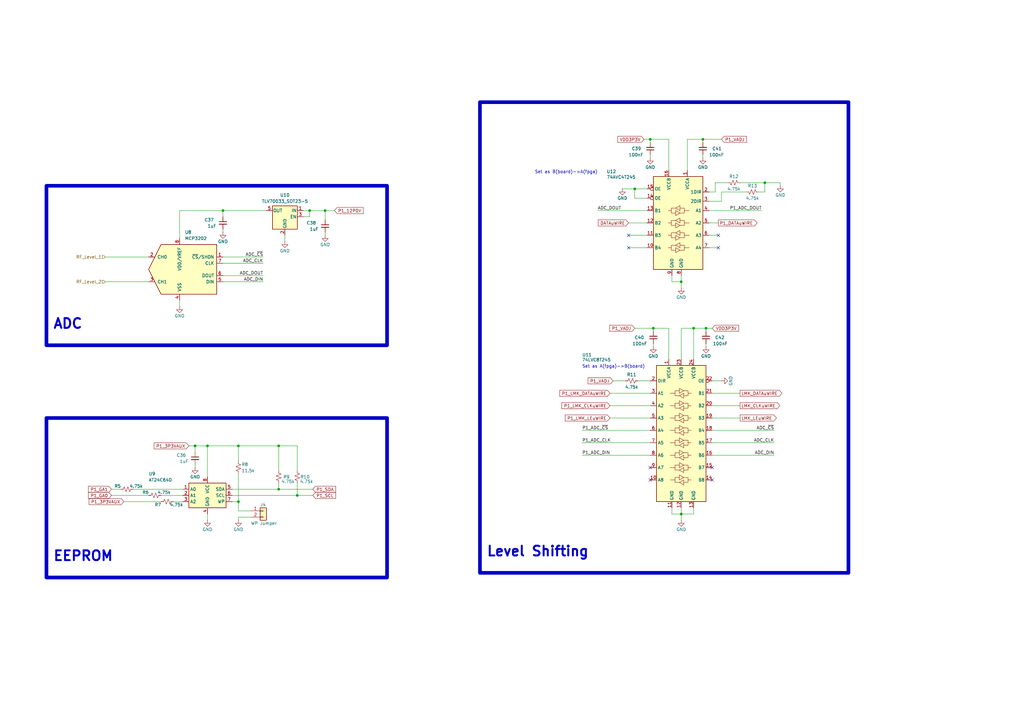
<source format=kicad_sch>
(kicad_sch (version 20250114) (generator "eeschema") (generator_version "9.0")
  (paper "A3")
  (lib_symbols
    (symbol "Analog_ADC:MCP3202" (pin_names (offset 1.016))
      (property "Reference" "U" (at -6.35 11.43 0))
      (property "Value" "MCP3202" (at 11.43 11.43 0))
      (symbol "MCP3202_0_1"
        (polyline (pts (xy 15.24 10.16) (xy -7.62 10.16) (xy -12.7 0) (xy -7.62 -10.16) (xy 15.24 -10.16) (xy 15.24 10.16)) (stroke (width 0.254)) (fill (type background)))
      )
      (symbol "MCP3202_1_1"
        (pin passive line (at -12.7 5.08 0) (length 2.54) (name "CH0") (number "2"))
        (pin passive line (at -12.7 -5.08 0) (length 2.54) (name "CH1") (number "3"))
        (pin power_in line (at 0 12.7 270) (length 2.54) (name "VDD/VREF") (number "8"))
        (pin power_in line (at 0 -12.7 90) (length 2.54) (name "VSS") (number "4"))
        (pin input line (at 17.78 5.08 180) (length 2.54) (name "~{CS}/SHDN") (number "1"))
        (pin input line (at 17.78 2.54 180) (length 2.54) (name "CLK") (number "7"))
        (pin output line (at 17.78 -2.54 180) (length 2.54) (name "DOUT") (number "6"))
        (pin input line (at 17.78 -5.08 180) (length 2.54) (name "DIN") (number "5"))
      )
    )
    (symbol "Connector_Generic:Conn_01x02" (pin_names (offset 1.016) (hide yes))
      (property "Reference" "J" (at 0 2.54 0))
      (property "Value" "Conn_01x02" (at 0 -5.08 0))
      (symbol "Conn_01x02_1_1"
        (rectangle (start -1.27 1.27) (end 1.27 -3.81) (stroke (width 0.254)) (fill (type background)))
        (rectangle (start -1.27 0.127) (end 0 -0.127) (stroke (width 0.1524)))
        (rectangle (start -1.27 -2.413) (end 0 -2.667) (stroke (width 0.1524)))
        (pin passive line (at -5.08 0 0) (length 3.81) (name "Pin_1") (number "1"))
        (pin passive line (at -5.08 -2.54 0) (length 3.81) (name "Pin_2") (number "2"))
      )
    )
    (symbol "Custom_Lib_MPEX_Zest:74LVC4T245"
      (property "Reference" "U" (at -1.27 1.27 0))
      (symbol "74LVC4T245_0_1"
        (rectangle (start 0 0) (end 20.32 -38.1) (stroke (width 0.254)) (fill (type background)))
        (polyline (pts (xy 7.62 -13.97) (xy 7.62 -12.954) (xy 9.398 -12.954)))
        (polyline (pts (xy 7.62 -24.13) (xy 7.62 -23.114) (xy 9.398 -23.114)))
        (polyline (pts (xy 9.398 -13.97) (xy 9.398 -11.938) (xy 11.176 -12.954) (xy 9.398 -13.97)))
        (polyline (pts (xy 9.398 -14.986) (xy 7.62 -14.986) (xy 7.62 -13.97) (xy 5.588 -13.97)))
        (polyline (pts (xy 9.398 -24.13) (xy 9.398 -22.098) (xy 11.176 -23.114) (xy 9.398 -24.13)))
        (polyline (pts (xy 9.398 -25.146) (xy 7.62 -25.146) (xy 7.62 -24.13) (xy 5.588 -24.13)))
        (polyline (pts (xy 11.176 -12.954) (xy 12.954 -12.954) (xy 12.954 -13.97) (xy 14.224 -13.97)))
        (polyline (pts (xy 11.176 -13.97) (xy 11.176 -15.748) (xy 11.176 -16.002) (xy 9.398 -14.986) (xy 11.176 -13.97)))
        (polyline (pts (xy 11.176 -23.114) (xy 12.954 -23.114) (xy 12.954 -24.13) (xy 14.224 -24.13)))
        (polyline (pts (xy 11.176 -24.13) (xy 11.176 -25.908) (xy 11.176 -26.162) (xy 9.398 -25.146) (xy 11.176 -24.13)))
        (polyline (pts (xy 12.954 -13.97) (xy 12.954 -14.986) (xy 11.176 -14.986)))
        (polyline (pts (xy 12.954 -24.13) (xy 12.954 -25.146) (xy 11.176 -25.146)))
      )
      (symbol "74LVC4T245_1_1"
        (polyline (pts (xy 7.62 -19.05) (xy 7.62 -18.034) (xy 9.398 -18.034)))
        (polyline (pts (xy 7.62 -29.21) (xy 7.62 -28.194) (xy 9.398 -28.194)))
        (polyline (pts (xy 9.398 -19.05) (xy 9.398 -17.018) (xy 11.176 -18.034) (xy 9.398 -19.05)))
        (polyline (pts (xy 9.398 -20.066) (xy 7.62 -20.066) (xy 7.62 -19.05) (xy 5.588 -19.05)))
        (polyline (pts (xy 9.398 -29.21) (xy 9.398 -27.178) (xy 11.176 -28.194) (xy 9.398 -29.21)))
        (polyline (pts (xy 9.398 -30.226) (xy 7.62 -30.226) (xy 7.62 -29.21) (xy 5.588 -29.21)))
        (polyline (pts (xy 11.176 -18.034) (xy 12.954 -18.034) (xy 12.954 -19.05) (xy 14.224 -19.05)))
        (polyline (pts (xy 11.176 -19.05) (xy 11.176 -20.828) (xy 11.176 -21.082) (xy 9.398 -20.066) (xy 11.176 -19.05)))
        (polyline (pts (xy 11.176 -28.194) (xy 12.954 -28.194) (xy 12.954 -29.21) (xy 14.224 -29.21)))
        (polyline (pts (xy 11.176 -29.21) (xy 11.176 -30.988) (xy 11.176 -31.242) (xy 9.398 -30.226) (xy 11.176 -29.21)))
        (polyline (pts (xy 12.954 -19.05) (xy 12.954 -20.066) (xy 11.176 -20.066)))
        (polyline (pts (xy 12.954 -29.21) (xy 12.954 -30.226) (xy 11.176 -30.226)))
        (pin passive line (at -2.54 -6.35 0) (length 2.54) (name "1DIR") (number "2"))
        (pin passive line (at -2.54 -10.16 0) (length 2.54) (name "2DIR") (number "3"))
        (pin bidirectional line (at -2.54 -13.97 0) (length 2.54) (name "A1") (number "4"))
        (pin bidirectional line (at -2.54 -19.05 0) (length 2.54) (name "A2") (number "5"))
        (pin bidirectional line (at -2.54 -24.13 0) (length 2.54) (name "A3") (number "6"))
        (pin bidirectional line (at -2.54 -29.21 0) (length 2.54) (name "A4") (number "7"))
        (pin power_in line (at 6.35 2.54 270) (length 2.54) (name "VCCA") (number "1"))
        (pin power_in line (at 8.89 -40.64 90) (length 2.54) (name "GND") (number "8"))
        (pin power_in line (at 12.7 -40.64 90) (length 2.54) (name "GND") (number "9"))
        (pin power_in line (at 13.97 2.54 270) (length 2.54) (name "VCCB") (number "16"))
        (pin passive inverted (at 22.86 -5.08 180) (length 2.54) (name "OE") (number "15"))
        (pin passive inverted (at 22.86 -8.89 180) (length 2.54) (name "OE") (number "14"))
        (pin bidirectional line (at 22.86 -13.97 180) (length 2.54) (name "B1") (number "13"))
        (pin bidirectional line (at 22.86 -19.05 180) (length 2.54) (name "B2") (number "12"))
        (pin bidirectional line (at 22.86 -24.13 180) (length 2.54) (name "B3") (number "11"))
        (pin bidirectional line (at 22.86 -29.21 180) (length 2.54) (name "B4") (number "10"))
      )
    )
    (symbol "Custom_Lib_MPEX_Zest:74LVC8T245"
      (property "Reference" "U" (at -5.08 -2.54 0))
      (symbol "74LVC8T245_0_1"
        (rectangle (start 0 -6.35) (end 20.32 -62.23) (stroke (width 0.254)) (fill (type background)))
        (polyline (pts (xy 7.62 -17.78) (xy 7.62 -16.764) (xy 9.398 -16.764)))
        (polyline (pts (xy 7.62 -27.94) (xy 7.62 -26.924) (xy 9.398 -26.924)))
        (polyline (pts (xy 7.62 -38.1) (xy 7.62 -37.084) (xy 9.398 -37.084)))
        (polyline (pts (xy 7.62 -48.26) (xy 7.62 -47.244) (xy 9.398 -47.244)))
        (polyline (pts (xy 9.398 -17.78) (xy 9.398 -15.748) (xy 11.176 -16.764) (xy 9.398 -17.78)))
        (polyline (pts (xy 9.398 -18.796) (xy 7.62 -18.796) (xy 7.62 -17.78) (xy 5.588 -17.78)))
        (polyline (pts (xy 9.398 -27.94) (xy 9.398 -25.908) (xy 11.176 -26.924) (xy 9.398 -27.94)))
        (polyline (pts (xy 9.398 -28.956) (xy 7.62 -28.956) (xy 7.62 -27.94) (xy 5.588 -27.94)))
        (polyline (pts (xy 9.398 -38.1) (xy 9.398 -36.068) (xy 11.176 -37.084) (xy 9.398 -38.1)))
        (polyline (pts (xy 9.398 -39.116) (xy 7.62 -39.116) (xy 7.62 -38.1) (xy 5.588 -38.1)))
        (polyline (pts (xy 9.398 -48.26) (xy 9.398 -46.228) (xy 11.176 -47.244) (xy 9.398 -48.26)))
        (polyline (pts (xy 9.398 -49.276) (xy 7.62 -49.276) (xy 7.62 -48.26) (xy 5.588 -48.26)))
        (polyline (pts (xy 11.176 -16.764) (xy 12.954 -16.764) (xy 12.954 -17.78) (xy 14.224 -17.78)))
        (polyline (pts (xy 11.176 -17.78) (xy 11.176 -19.558) (xy 11.176 -19.812) (xy 9.398 -18.796) (xy 11.176 -17.78)))
        (polyline (pts (xy 11.176 -26.924) (xy 12.954 -26.924) (xy 12.954 -27.94) (xy 14.224 -27.94)))
        (polyline (pts (xy 11.176 -27.94) (xy 11.176 -29.718) (xy 11.176 -29.972) (xy 9.398 -28.956) (xy 11.176 -27.94)))
        (polyline (pts (xy 11.176 -37.084) (xy 12.954 -37.084) (xy 12.954 -38.1) (xy 14.224 -38.1)))
        (polyline (pts (xy 11.176 -38.1) (xy 11.176 -39.878) (xy 11.176 -40.132) (xy 9.398 -39.116) (xy 11.176 -38.1)))
        (polyline (pts (xy 11.176 -47.244) (xy 12.954 -47.244) (xy 12.954 -48.26) (xy 14.224 -48.26)))
        (polyline (pts (xy 11.176 -48.26) (xy 11.176 -50.038) (xy 11.176 -50.292) (xy 9.398 -49.276) (xy 11.176 -48.26)))
        (polyline (pts (xy 12.954 -17.78) (xy 12.954 -18.796) (xy 11.176 -18.796)))
        (polyline (pts (xy 12.954 -27.94) (xy 12.954 -28.956) (xy 11.176 -28.956)))
        (polyline (pts (xy 12.954 -38.1) (xy 12.954 -39.116) (xy 11.176 -39.116)))
        (polyline (pts (xy 12.954 -48.26) (xy 12.954 -49.276) (xy 11.176 -49.276)))
      )
      (symbol "74LVC8T245_1_1"
        (polyline (pts (xy 7.62 -22.86) (xy 7.62 -21.844) (xy 9.398 -21.844)))
        (polyline (pts (xy 7.62 -33.02) (xy 7.62 -32.004) (xy 9.398 -32.004)))
        (polyline (pts (xy 7.62 -43.18) (xy 7.62 -42.164) (xy 9.398 -42.164)))
        (polyline (pts (xy 7.62 -53.34) (xy 7.62 -52.324) (xy 9.398 -52.324)))
        (polyline (pts (xy 9.398 -22.86) (xy 9.398 -20.828) (xy 11.176 -21.844) (xy 9.398 -22.86)))
        (polyline (pts (xy 9.398 -23.876) (xy 7.62 -23.876) (xy 7.62 -22.86) (xy 5.588 -22.86)))
        (polyline (pts (xy 9.398 -33.02) (xy 9.398 -30.988) (xy 11.176 -32.004) (xy 9.398 -33.02)))
        (polyline (pts (xy 9.398 -34.036) (xy 7.62 -34.036) (xy 7.62 -33.02) (xy 5.588 -33.02)))
        (polyline (pts (xy 9.398 -43.18) (xy 9.398 -41.148) (xy 11.176 -42.164) (xy 9.398 -43.18)))
        (polyline (pts (xy 9.398 -44.196) (xy 7.62 -44.196) (xy 7.62 -43.18) (xy 5.588 -43.18)))
        (polyline (pts (xy 9.398 -53.34) (xy 9.398 -51.308) (xy 11.176 -52.324) (xy 9.398 -53.34)))
        (polyline (pts (xy 9.398 -54.356) (xy 7.62 -54.356) (xy 7.62 -53.34) (xy 5.588 -53.34)))
        (polyline (pts (xy 11.176 -21.844) (xy 12.954 -21.844) (xy 12.954 -22.86) (xy 14.224 -22.86)))
        (polyline (pts (xy 11.176 -22.86) (xy 11.176 -24.638) (xy 11.176 -24.892) (xy 9.398 -23.876) (xy 11.176 -22.86)))
        (polyline (pts (xy 11.176 -32.004) (xy 12.954 -32.004) (xy 12.954 -33.02) (xy 14.224 -33.02)))
        (polyline (pts (xy 11.176 -33.02) (xy 11.176 -34.798) (xy 11.176 -35.052) (xy 9.398 -34.036) (xy 11.176 -33.02)))
        (polyline (pts (xy 11.176 -42.164) (xy 12.954 -42.164) (xy 12.954 -43.18) (xy 14.224 -43.18)))
        (polyline (pts (xy 11.176 -43.18) (xy 11.176 -44.958) (xy 11.176 -45.212) (xy 9.398 -44.196) (xy 11.176 -43.18)))
        (polyline (pts (xy 11.176 -52.324) (xy 12.954 -52.324) (xy 12.954 -53.34) (xy 14.224 -53.34)))
        (polyline (pts (xy 11.176 -53.34) (xy 11.176 -55.118) (xy 11.176 -55.372) (xy 9.398 -54.356) (xy 11.176 -53.34)))
        (polyline (pts (xy 12.954 -22.86) (xy 12.954 -23.876) (xy 11.176 -23.876)))
        (polyline (pts (xy 12.954 -33.02) (xy 12.954 -34.036) (xy 11.176 -34.036)))
        (polyline (pts (xy 12.954 -43.18) (xy 12.954 -44.196) (xy 11.176 -44.196)))
        (polyline (pts (xy 12.954 -53.34) (xy 12.954 -54.356) (xy 11.176 -54.356)))
        (pin passive line (at -2.54 -12.7 0) (length 2.54) (name "DIR") (number "2"))
        (pin bidirectional line (at -2.54 -17.78 0) (length 2.54) (name "A1") (number "3"))
        (pin bidirectional line (at -2.54 -22.86 0) (length 2.54) (name "A2") (number "4"))
        (pin bidirectional line (at -2.54 -27.94 0) (length 2.54) (name "A3") (number "5"))
        (pin bidirectional line (at -2.54 -33.02 0) (length 2.54) (name "A4") (number "6"))
        (pin bidirectional line (at -2.54 -38.1 0) (length 2.54) (name "A5") (number "7"))
        (pin bidirectional line (at -2.54 -43.18 0) (length 2.54) (name "A6") (number "8"))
        (pin bidirectional line (at -2.54 -48.26 0) (length 2.54) (name "A7") (number "9"))
        (pin bidirectional line (at -2.54 -53.34 0) (length 2.54) (name "A8") (number "10"))
        (pin power_in line (at 5.08 -3.81 270) (length 2.54) (name "VCCA") (number "1"))
        (pin power_in line (at 6.35 -64.77 90) (length 2.54) (name "GND") (number "11"))
        (pin power_in line (at 10.16 -3.81 270) (length 2.54) (name "VCCB") (number "23"))
        (pin power_in line (at 10.16 -64.77 90) (length 2.54) (name "GND") (number "12"))
        (pin power_in line (at 15.24 -3.81 270) (length 2.54) (name "VCCB") (number "24"))
        (pin power_in line (at 15.24 -64.77 90) (length 2.54) (name "GND") (number "13"))
        (pin passive inverted (at 22.86 -12.7 180) (length 2.54) (name "OE") (number "22"))
        (pin bidirectional line (at 22.86 -17.78 180) (length 2.54) (name "B1") (number "21"))
        (pin bidirectional line (at 22.86 -22.86 180) (length 2.54) (name "B2") (number "20"))
        (pin bidirectional line (at 22.86 -27.94 180) (length 2.54) (name "B3") (number "19"))
        (pin bidirectional line (at 22.86 -33.02 180) (length 2.54) (name "B4") (number "18"))
        (pin bidirectional line (at 22.86 -38.1 180) (length 2.54) (name "B5") (number "17"))
        (pin bidirectional line (at 22.86 -43.18 180) (length 2.54) (name "B6") (number "16"))
        (pin bidirectional line (at 22.86 -48.26 180) (length 2.54) (name "B7") (number "15"))
        (pin bidirectional line (at 22.86 -53.34 180) (length 2.54) (name "B8") (number "14"))
      )
    )
    (symbol "Device:C_Small" (pin_numbers (hide yes)) (pin_names (offset 0.254) (hide yes))
      (property "Reference" "C" (at 0.254 1.778 0))
      (property "Value" "C_Small" (at 0.254 -2.032 0))
      (symbol "C_Small_0_1"
        (polyline (pts (xy -1.524 0.508) (xy 1.524 0.508)) (stroke (width 0.3048)))
        (polyline (pts (xy -1.524 -0.508) (xy 1.524 -0.508)) (stroke (width 0.3302)))
      )
      (symbol "C_Small_1_1"
        (pin passive line (at 0 2.54 270) (length 2.032) (name "~") (number "1"))
        (pin passive line (at 0 -2.54 90) (length 2.032) (name "~") (number "2"))
      )
    )
    (symbol "Device:R_Small_US" (pin_numbers (hide yes)) (pin_names (offset 0.254) (hide yes))
      (property "Reference" "R" (at 0.762 0.508 0))
      (property "Value" "R_Small_US" (at 0.762 -1.016 0))
      (symbol "R_Small_US_1_1"
        (polyline (pts (xy 0 1.524) (xy 1.016 1.143) (xy 0 0.762) (xy -1.016 0.381) (xy 0 0)))
        (polyline (pts (xy 0 0) (xy 1.016 -0.381) (xy 0 -0.762) (xy -1.016 -1.143) (xy 0 -1.524)))
        (pin passive line (at 0 2.54 270) (length 1.016) (name "~") (number "1"))
        (pin passive line (at 0 -2.54 90) (length 1.016) (name "~") (number "2"))
      )
    )
    (symbol "Memory_EEPROM:AT24CS01-SSHM"
      (property "Reference" "U" (at -7.62 6.35 0))
      (property "Value" "AT24CS01-SSHM" (at 2.54 -6.35 0))
      (symbol "AT24CS01-SSHM_1_1"
        (rectangle (start -7.62 5.08) (end 7.62 -5.08) (stroke (width 0.254)) (fill (type background)))
        (pin input line (at -10.16 2.54 0) (length 2.54) (name "A0") (number "1"))
        (pin input line (at -10.16 0 0) (length 2.54) (name "A1") (number "2"))
        (pin input line (at -10.16 -2.54 0) (length 2.54) (name "A2") (number "3"))
        (pin power_in line (at 0 7.62 270) (length 2.54) (name "VCC") (number "8"))
        (pin power_in line (at 0 -7.62 90) (length 2.54) (name "GND") (number "4"))
        (pin bidirectional line (at 10.16 2.54 180) (length 2.54) (name "SDA") (number "5"))
        (pin input line (at 10.16 0 180) (length 2.54) (name "SCL") (number "6"))
        (pin input line (at 10.16 -2.54 180) (length 2.54) (name "WP") (number "7"))
      )
    )
    (symbol "Regulator_Linear:TLV70033_SOT23-5" (pin_names (offset 0.254))
      (property "Reference" "U" (at -3.81 5.715 0))
      (property "Value" "TLV70033_SOT23-5" (at 0 5.715 0))
      (symbol "TLV70033_SOT23-5_0_1"
        (rectangle (start -5.08 4.445) (end 5.08 -5.08) (stroke (width 0.254)) (fill (type background)))
      )
      (symbol "TLV70033_SOT23-5_1_1"
        (pin power_in line (at -7.62 2.54 0) (length 2.54) (name "IN") (number "1"))
        (pin input line (at -7.62 0 0) (length 2.54) (name "EN") (number "3"))
        (pin power_in line (at 0 -7.62 90) (length 2.54) (name "GND") (number "2"))
        (pin no_connect line (at 5.08 0 180) (length 2.54) (hide yes) (name "NC") (number "4"))
        (pin power_out line (at 7.62 2.54 180) (length 2.54) (name "OUT") (number "5"))
      )
    )
    (symbol "power:GND" (power) (pin_numbers (hide yes)) (pin_names (offset 0) (hide yes))
      (property "Value" "GND" (at 0 -3.81 0))
      (symbol "GND_0_1"
        (polyline (pts (xy 0 0) (xy 0 -1.27) (xy 1.27 -1.27) (xy 0 -2.54) (xy -1.27 -1.27) (xy 0 -1.27)))
      )
      (symbol "GND_1_1"
        (pin power_in line (at 0 0 270) (length 0) (name "~") (number "1"))
      )
    )
  )
  (rectangle (start 19.05 171.45) (end 158.75 236.855) (stroke (width 1.5)))
  (rectangle (start 196.85 41.91) (end 347.98 234.95) (stroke (width 1.5)))
  (rectangle (start 19.05 76.2) (end 158.75 141.605) (stroke (width 1.5)))
  (text "EEPROM" (at 21.59 230.505 0) (effects (font (size 4 4) (thickness 0.8) (bold yes)) (justify left bottom)))
  (text "Set as A(fpga)->B(board)" (at 238.76 151.13 0) (effects (font (size 1.27 1.27)) (justify left bottom)))
  (text "Level Shifting" (at 199.39 228.6 0) (effects (font (size 4 4) (thickness 0.8) (bold yes)) (justify left bottom)))
  (text "Set as B(board)->A(fpga)\n" (at 245.11 71.374 0) (effects (font (size 1.27 1.27)) (justify right bottom)))
  (text "ADC\n" (at 21.59 135.255 0) (effects (font (size 4 4) (thickness 0.8) (bold yes)) (justify left bottom)))
  (junction (at 91.44 86.36))
  (junction (at 267.97 134.62))
  (junction (at 80.01 182.88))
  (junction (at 114.3 182.88))
  (junction (at 279.4 115.57))
  (junction (at 114.3 200.66))
  (junction (at 288.29 57.15))
  (junction (at 85.09 182.88))
  (junction (at 97.79 205.74))
  (junction (at 127 86.36))
  (junction (at 289.56 134.62))
  (junction (at 284.48 134.62))
  (junction (at 260.35 77.47))
  (junction (at 133.35 86.36))
  (junction (at 313.69 74.93))
  (junction (at 266.7 57.15))
  (junction (at 121.92 203.2))
  (junction (at 279.4 210.82))
  (junction (at 97.79 182.88))
  (no_connect (at 266.7 196.85))
  (no_connect (at 266.7 191.77))
  (no_connect (at 294.64 96.52))
  (no_connect (at 292.1 191.77))
  (no_connect (at 257.81 101.6))
  (no_connect (at 292.1 196.85))
  (no_connect (at 257.81 96.52))
  (no_connect (at 294.64 101.6))
  (wire (pts (xy 121.92 203.2) (xy 128.27 203.2)))
  (wire (pts (xy 313.69 74.93) (xy 313.69 78.74)))
  (wire (pts (xy 292.1 134.62) (xy 289.56 134.62)))
  (wire (pts (xy 121.92 193.04) (xy 121.92 182.88)))
  (wire (pts (xy 80.01 182.88) (xy 80.01 185.42)))
  (wire (pts (xy 284.48 134.62) (xy 279.4 134.62)))
  (wire (pts (xy 267.97 134.62) (xy 260.35 134.62)))
  (wire (pts (xy 133.35 86.36) (xy 133.35 90.17)))
  (wire (pts (xy 265.43 86.36) (xy 245.11 86.36)))
  (wire (pts (xy 303.53 74.93) (xy 313.69 74.93)))
  (wire (pts (xy 250.19 171.45) (xy 266.7 171.45)))
  (wire (pts (xy 102.87 212.09) (xy 97.79 212.09)))
  (wire (pts (xy 77.47 182.88) (xy 80.01 182.88)))
  (wire (pts (xy 73.66 97.79) (xy 73.66 86.36)))
  (wire (pts (xy 292.1 181.61) (xy 317.5 181.61)))
  (wire (pts (xy 288.29 63.5) (xy 288.29 64.77)))
  (wire (pts (xy 281.94 69.85) (xy 281.94 57.15)))
  (wire (pts (xy 80.01 191.77) (xy 80.01 190.5)))
  (wire (pts (xy 114.3 200.66) (xy 128.27 200.66)))
  (wire (pts (xy 288.29 57.15) (xy 295.91 57.15)))
  (wire (pts (xy 260.35 77.47) (xy 255.27 77.47)))
  (wire (pts (xy 97.79 213.36) (xy 97.79 212.09)))
  (wire (pts (xy 71.12 205.74) (xy 74.93 205.74)))
  (wire (pts (xy 281.94 57.15) (xy 288.29 57.15)))
  (wire (pts (xy 279.4 210.82) (xy 284.48 210.82)))
  (wire (pts (xy 95.25 200.66) (xy 114.3 200.66)))
  (wire (pts (xy 85.09 182.88) (xy 97.79 182.88)))
  (wire (pts (xy 275.59 208.28) (xy 275.59 210.82)))
  (wire (pts (xy 292.1 171.45) (xy 303.53 171.45)))
  (wire (pts (xy 95.25 203.2) (xy 121.92 203.2)))
  (wire (pts (xy 294.64 91.44) (xy 290.83 91.44)))
  (wire (pts (xy 264.16 57.15) (xy 266.7 57.15)))
  (wire (pts (xy 289.56 134.62) (xy 284.48 134.62)))
  (wire (pts (xy 266.7 63.5) (xy 266.7 64.77)))
  (wire (pts (xy 292.1 186.69) (xy 317.5 186.69)))
  (wire (pts (xy 284.48 210.82) (xy 284.48 208.28)))
  (wire (pts (xy 50.8 205.74) (xy 66.04 205.74)))
  (wire (pts (xy 97.79 182.88) (xy 114.3 182.88)))
  (wire (pts (xy 292.1 166.37) (xy 303.53 166.37)))
  (wire (pts (xy 320.04 76.2) (xy 320.04 74.93)))
  (wire (pts (xy 127 88.9) (xy 127 86.36)))
  (wire (pts (xy 294.64 101.6) (xy 290.83 101.6)))
  (wire (pts (xy 54.61 200.66) (xy 74.93 200.66)))
  (wire (pts (xy 66.04 203.2) (xy 74.93 203.2)))
  (wire (pts (xy 275.59 115.57) (xy 279.4 115.57)))
  (wire (pts (xy 91.44 86.36) (xy 109.22 86.36)))
  (wire (pts (xy 238.76 176.53) (xy 266.7 176.53)))
  (wire (pts (xy 293.37 78.74) (xy 290.83 78.74)))
  (wire (pts (xy 279.4 115.57) (xy 279.4 118.11)))
  (wire (pts (xy 45.72 203.2) (xy 60.96 203.2)))
  (wire (pts (xy 279.4 210.82) (xy 279.4 213.36)))
  (wire (pts (xy 133.35 86.36) (xy 137.16 86.36)))
  (wire (pts (xy 265.43 96.52) (xy 257.81 96.52)))
  (wire (pts (xy 275.59 113.03) (xy 275.59 115.57)))
  (wire (pts (xy 91.44 88.9) (xy 91.44 86.36)))
  (wire (pts (xy 114.3 198.12) (xy 114.3 200.66)))
  (wire (pts (xy 124.46 88.9) (xy 127 88.9)))
  (wire (pts (xy 320.04 74.93) (xy 313.69 74.93)))
  (wire (pts (xy 279.4 113.03) (xy 279.4 115.57)))
  (wire (pts (xy 292.1 176.53) (xy 317.5 176.53)))
  (wire (pts (xy 313.69 78.74) (xy 311.15 78.74)))
  (wire (pts (xy 260.35 81.28) (xy 260.35 77.47)))
  (wire (pts (xy 121.92 182.88) (xy 114.3 182.88)))
  (wire (pts (xy 261.62 156.21) (xy 266.7 156.21)))
  (wire (pts (xy 133.35 96.52) (xy 133.35 95.25)))
  (wire (pts (xy 124.46 86.36) (xy 127 86.36)))
  (wire (pts (xy 275.59 210.82) (xy 279.4 210.82)))
  (wire (pts (xy 95.25 205.74) (xy 97.79 205.74)))
  (wire (pts (xy 312.42 86.36) (xy 290.83 86.36)))
  (wire (pts (xy 292.1 156.21) (xy 295.91 156.21)))
  (wire (pts (xy 238.76 186.69) (xy 266.7 186.69)))
  (wire (pts (xy 294.64 96.52) (xy 290.83 96.52)))
  (wire (pts (xy 91.44 105.41) (xy 107.95 105.41)))
  (wire (pts (xy 292.1 161.29) (xy 303.53 161.29)))
  (wire (pts (xy 295.91 82.55) (xy 290.83 82.55)))
  (wire (pts (xy 267.97 140.97) (xy 267.97 142.24)))
  (wire (pts (xy 265.43 101.6) (xy 257.81 101.6)))
  (wire (pts (xy 289.56 134.62) (xy 289.56 135.89)))
  (wire (pts (xy 279.4 208.28) (xy 279.4 210.82)))
  (wire (pts (xy 266.7 57.15) (xy 266.7 58.42)))
  (wire (pts (xy 288.29 57.15) (xy 288.29 58.42)))
  (wire (pts (xy 43.18 105.41) (xy 60.96 105.41)))
  (wire (pts (xy 91.44 113.03) (xy 107.95 113.03)))
  (wire (pts (xy 80.01 182.88) (xy 85.09 182.88)))
  (wire (pts (xy 97.79 182.88) (xy 97.79 189.23)))
  (wire (pts (xy 97.79 194.31) (xy 97.79 205.74)))
  (wire (pts (xy 97.79 209.55) (xy 102.87 209.55)))
  (wire (pts (xy 293.37 78.74) (xy 293.37 74.93)))
  (wire (pts (xy 73.66 86.36) (xy 91.44 86.36)))
  (wire (pts (xy 265.43 77.47) (xy 260.35 77.47)))
  (wire (pts (xy 45.72 200.66) (xy 49.53 200.66)))
  (wire (pts (xy 238.76 181.61) (xy 266.7 181.61)))
  (wire (pts (xy 289.56 140.97) (xy 289.56 142.24)))
  (wire (pts (xy 121.92 198.12) (xy 121.92 203.2)))
  (wire (pts (xy 85.09 210.82) (xy 85.09 213.36)))
  (wire (pts (xy 274.32 57.15) (xy 266.7 57.15)))
  (wire (pts (xy 279.4 134.62) (xy 279.4 147.32)))
  (wire (pts (xy 116.84 96.52) (xy 116.84 99.06)))
  (wire (pts (xy 97.79 205.74) (xy 97.79 209.55)))
  (wire (pts (xy 73.66 123.19) (xy 73.66 125.73)))
  (wire (pts (xy 265.43 81.28) (xy 260.35 81.28)))
  (wire (pts (xy 298.45 74.93) (xy 293.37 74.93)))
  (wire (pts (xy 250.19 166.37) (xy 266.7 166.37)))
  (wire (pts (xy 274.32 57.15) (xy 274.32 69.85)))
  (wire (pts (xy 306.07 78.74) (xy 295.91 78.74)))
  (wire (pts (xy 91.44 107.95) (xy 107.95 107.95)))
  (wire (pts (xy 267.97 134.62) (xy 267.97 135.89)))
  (wire (pts (xy 265.43 91.44) (xy 257.81 91.44)))
  (wire (pts (xy 85.09 195.58) (xy 85.09 182.88)))
  (wire (pts (xy 295.91 78.74) (xy 295.91 82.55)))
  (wire (pts (xy 274.32 134.62) (xy 267.97 134.62)))
  (wire (pts (xy 114.3 193.04) (xy 114.3 182.88)))
  (wire (pts (xy 43.18 115.57) (xy 60.96 115.57)))
  (wire (pts (xy 91.44 115.57) (xy 107.95 115.57)))
  (wire (pts (xy 274.32 147.32) (xy 274.32 134.62)))
  (wire (pts (xy 284.48 134.62) (xy 284.48 147.32)))
  (wire (pts (xy 251.46 156.21) (xy 256.54 156.21)))
  (wire (pts (xy 250.19 161.29) (xy 266.7 161.29)))
  (wire (pts (xy 127 86.36) (xy 133.35 86.36)))
  (wire (pts (xy 91.44 95.25) (xy 91.44 93.98)))
  (label "ADC_CLK" (at 107.95 107.95 180))
  (label "P1_ADC_DOUT" (at 312.42 86.36 180))
  (label "ADC_CLK" (at 317.5 181.61 180))
  (label "P1_ADC_~{CS}" (at 238.76 176.53 0))
  (label "ADC_~{CS}" (at 107.95 105.41 180))
  (label "ADC_DIN" (at 107.95 115.57 180))
  (label "P1_ADC_CLK" (at 238.76 181.61 0))
  (label "ADC_DOUT" (at 107.95 113.03 180))
  (label "ADC_~{CS}" (at 317.5 176.53 180))
  (label "ADC_DIN" (at 317.5 186.69 180))
  (label "ADC_DOUT" (at 245.11 86.36 0))
  (label "P1_ADC_DIN" (at 238.76 186.69 0))
  (global_label "P1_SCL" (shape input) (at 128.27 203.2 0) (property "Intersheetrefs" "${INTERSHEET_REFS}" (effects (hide yes))))
  (global_label "P1_3P3VAUX" (shape input) (at 50.8 205.74 180) (property "Intersheetrefs" "${INTERSHEET_REFS}" (effects (hide yes))))
  (global_label "P1_LMK_CLKuWIRE" (shape input) (at 250.19 166.37 180) (property "Intersheetrefs" "${INTERSHEET_REFS}" (effects (hide yes))))
  (global_label "P1_VADJ" (shape input) (at 251.46 156.21 180) (property "Intersheetrefs" "${INTERSHEET_REFS}" (effects (hide yes))))
  (global_label "LMK_LEuWIRE" (shape output) (at 303.53 171.45 0) (property "Intersheetrefs" "${INTERSHEET_REFS}" (effects (hide yes))))
  (global_label "VDD3P3V" (shape input) (at 292.1 134.62 0) (property "Intersheetrefs" "${INTERSHEET_REFS}" (effects (hide yes))))
  (global_label "VDD3P3V" (shape input) (at 264.16 57.15 180) (property "Intersheetrefs" "${INTERSHEET_REFS}" (effects (hide yes))))
  (global_label "P1_SDA" (shape input) (at 128.27 200.66 0) (property "Intersheetrefs" "${INTERSHEET_REFS}" (effects (hide yes))))
  (global_label "LMK_CLKuWIRE" (shape output) (at 303.53 166.37 0) (property "Intersheetrefs" "${INTERSHEET_REFS}" (effects (hide yes))))
  (global_label "P1_GA0" (shape input) (at 45.72 203.2 180) (property "Intersheetrefs" "${INTERSHEET_REFS}" (effects (hide yes))))
  (global_label "P1_VADJ" (shape input) (at 295.91 57.15 0) (property "Intersheetrefs" "${INTERSHEET_REFS}" (effects (hide yes))))
  (global_label "P1_12P0V" (shape input) (at 137.16 86.36 0) (property "Intersheetrefs" "${INTERSHEET_REFS}" (effects (hide yes))))
  (global_label "P1_GA1" (shape input) (at 45.72 200.66 180) (property "Intersheetrefs" "${INTERSHEET_REFS}" (effects (hide yes))))
  (global_label "P1_3P3VAUX" (shape input) (at 77.47 182.88 180) (property "Intersheetrefs" "${INTERSHEET_REFS}" (effects (hide yes))))
  (global_label "P1_LMK_DATAuWIRE" (shape input) (at 250.19 161.29 180) (property "Intersheetrefs" "${INTERSHEET_REFS}" (effects (hide yes))))
  (global_label "P1_VADJ" (shape input) (at 260.35 134.62 180) (property "Intersheetrefs" "${INTERSHEET_REFS}" (effects (hide yes))))
  (global_label "LMK_DATAuWIRE" (shape output) (at 303.53 161.29 0) (property "Intersheetrefs" "${INTERSHEET_REFS}" (effects (hide yes))))
  (global_label "P1_LMK_LEuWIRE" (shape input) (at 250.19 171.45 180) (property "Intersheetrefs" "${INTERSHEET_REFS}" (effects (hide yes))))
  (global_label "P1_DATAuWIRE" (shape output) (at 294.64 91.44 0) (property "Intersheetrefs" "${INTERSHEET_REFS}" (effects (hide yes))))
  (global_label "DATAuWIRE" (shape input) (at 257.81 91.44 180) (property "Intersheetrefs" "${INTERSHEET_REFS}" (effects (hide yes))))
  (hierarchical_label "RF_Level_1" (shape input) (at 43.18 105.41 180))
  (hierarchical_label "RF_Level_2" (shape input) (at 43.18 115.57 180))
  (symbol (lib_id "power:GND") (at 133.35 96.52 0) (unit 1)
    (property "Reference" "#PWR031" (effects (hide yes)))
    (property "Value" "GND" (at 133.35 100.33 0))
    (property "Description" "Power symbol creates a global label with name \"GND\" , ground" (effects (hide yes)))
  )
  (symbol (lib_id "power:GND") (at 279.4 213.36 0) (unit 1)
    (property "Reference" "#PWR036" (effects (hide yes)))
    (property "Value" "GND" (at 279.4 217.17 0))
    (property "Description" "Power symbol creates a global label with name \"GND\" , ground" (effects (hide yes)))
  )
  (symbol (lib_id "Device:R_Small_US") (at 259.08 156.21 270) (unit 1)
    (property "Reference" "R11" (at 259.08 153.67 90))
    (property "Value" "4.75k" (at 259.08 158.75 90))
    (property "Footprint" "Resistor_SMD:R_0603_1608Metric" (effects (hide yes)))
    (property "MPN" "RC0603FR-074K42L" (effects (hide yes)))
    (property "Manufacturer" "YAGEO" (effects (hide yes)))
  )
  (symbol (lib_id "Custom_Lib_MPEX_Zest:74LVC4T245") (at 288.29 72.39 0) (mirror y) (unit 1)
    (property "Reference" "U12" (at 252.73 70.358 0) (effects (justify left)))
    (property "Value" "74AVC4T245" (at 254.762 72.644 0))
    (property "Footprint" "Package_SO:TSSOP-16_4.4x5mm_P0.65mm" (effects (hide yes)))
    (property "MPN" "SN74AVC4T245PWR " (effects (hide yes)))
    (property "Manufacturer" "Texas Instruments" (effects (hide yes)))
  )
  (symbol (lib_id "power:GND") (at 295.91 156.21 90) (unit 1)
    (property "Reference" "#PWR039" (effects (hide yes)))
    (property "Value" "GND" (at 299.72 156.21 0))
    (property "Description" "Power symbol creates a global label with name \"GND\" , ground" (effects (hide yes)))
  )
  (symbol (lib_id "Custom_Lib_MPEX_Zest:74LVC8T245") (at 269.24 143.51 0) (unit 1)
    (property "Reference" "U11" (at 238.76 145.542 0) (effects (justify left)))
    (property "Value" "74LVC8T245" (at 244.602 147.574 0))
    (property "Footprint" "Package_SO:TSSOP-24_4.4x7.8mm_P0.65mm" (effects (hide yes)))
    (property "MPN" "SN74LVC8T245PWR " (effects (hide yes)))
    (property "Manufacturer" "Texas Instruments" (effects (hide yes)))
  )
  (symbol (lib_id "Device:R_Small_US") (at 52.07 200.66 90) (unit 1)
    (property "Reference" "R5" (at 48.26 199.39 90))
    (property "Value" "4.75k" (at 55.88 199.39 90))
    (property "Footprint" "Resistor_SMD:R_0603_1608Metric" (effects (hide yes)))
    (property "MPN" "RC0603FR-074K42L" (effects (hide yes)))
    (property "Manufacturer" "YAGEO" (effects (hide yes)))
  )
  (symbol (lib_id "Device:R_Small_US") (at 97.79 191.77 0) (unit 1)
    (property "Reference" "R8" (at 99.06 190.5 0) (effects (justify left)))
    (property "Value" "11.5k" (at 99.06 193.04 0) (effects (justify left)))
    (property "Footprint" "Resistor_SMD:R_0603_1608Metric" (effects (hide yes)))
    (property "MPN" "RC0603FR-0711K5L " (effects (hide yes)))
    (property "Manufacturer" "YAGEO" (effects (hide yes)))
  )
  (symbol (lib_id "power:GND") (at 91.44 95.25 0) (unit 1)
    (property "Reference" "#PWR028" (effects (hide yes)))
    (property "Value" "GND" (at 91.44 99.06 0))
    (property "Description" "Power symbol creates a global label with name \"GND\" , ground" (effects (hide yes)))
  )
  (symbol (lib_id "Device:R_Small_US") (at 300.99 74.93 90) (mirror x) (unit 1)
    (property "Reference" "R12" (at 300.99 72.39 90))
    (property "Value" "4.75k" (at 300.99 77.47 90))
    (property "Footprint" "Resistor_SMD:R_0603_1608Metric" (effects (hide yes)))
    (property "MPN" "RC0603FR-074K42L" (effects (hide yes)))
    (property "Manufacturer" "YAGEO" (effects (hide yes)))
  )
  (symbol (lib_id "power:GND") (at 116.84 99.06 0) (unit 1)
    (property "Reference" "#PWR030" (effects (hide yes)))
    (property "Value" "GND" (at 116.84 102.87 0))
    (property "Description" "Power symbol creates a global label with name \"GND\" , ground" (effects (hide yes)))
  )
  (symbol (lib_id "power:GND") (at 97.79 213.36 0) (unit 1)
    (property "Reference" "#PWR029" (effects (hide yes)))
    (property "Value" "GND" (at 97.79 217.17 0))
    (property "Description" "Power symbol creates a global label with name \"GND\" , ground" (effects (hide yes)))
  )
  (symbol (lib_id "Device:C_Small") (at 267.97 138.43 180) (unit 1)
    (property "Reference" "C40" (at 264.16 138.43 0) (effects (justify left)))
    (property "Value" "100nF" (at 265.43 140.97 0) (effects (justify left)))
    (property "Footprint" "Capacitor_SMD:C_0402_1005Metric" (effects (hide yes)))
    (property "MPN" "GRM155R61A104KA01D " (effects (hide yes)))
    (property "Manufacturer" "Murata" (effects (hide yes)))
  )
  (symbol (lib_id "Memory_EEPROM:AT24CS01-SSHM") (at 85.09 203.2 0) (unit 1)
    (property "Reference" "U9" (at 60.96 194.31 0) (effects (justify left)))
    (property "Value" "AT24C64D" (at 60.96 196.85 0) (effects (justify left)))
    (property "Footprint" "Package_SO:SOIC-8_3.9x4.9mm_P1.27mm" (effects (hide yes)))
    (property "Description" "EEPROM Memory IC 64Kbit I2C 1 MHz 550 ns 8-SOIC" (effects (hide yes)))
    (property "MPN" "AT24C64D-SSHM-T" (effects (hide yes)))
    (property "Manufacturer" "Microchip Technology" (effects (hide yes)))
  )
  (symbol (lib_id "power:GND") (at 255.27 77.47 0) (mirror y) (unit 1)
    (property "Reference" "#PWR032" (effects (hide yes)))
    (property "Value" "GND" (at 255.27 81.28 0))
    (property "Description" "Power symbol creates a global label with name \"GND\" , ground" (effects (hide yes)))
  )
  (symbol (lib_id "Device:C_Small") (at 91.44 91.44 0) (unit 1)
    (property "Reference" "C37" (at 83.82 90.17 0) (effects (justify left)))
    (property "Value" "1uF" (at 85.09 92.71 0) (effects (justify left)))
    (property "Footprint" "Capacitor_SMD:C_0603_1608Metric" (effects (hide yes)))
    (property "Description" "1 µF ±10% 16V Ceramic Capacitor X7R 0603 (1608 Metric)" (effects (hide yes)))
    (property "MPN" "CC0603KRX7R7BB105" (effects (hide yes)))
    (property "Manufacturer" "YAGEO" (effects (hide yes)))
  )
  (symbol (lib_id "Device:C_Small") (at 80.01 187.96 0) (unit 1)
    (property "Reference" "C36" (at 72.39 186.69 0) (effects (justify left)))
    (property "Value" "1uF" (at 73.66 189.23 0) (effects (justify left)))
    (property "Footprint" "Capacitor_SMD:C_0603_1608Metric" (effects (hide yes)))
    (property "Description" "1 µF ±10% 16V Ceramic Capacitor X7R 0603 (1608 Metric)" (effects (hide yes)))
    (property "MPN" "CC0603KRX7R7BB105" (effects (hide yes)))
    (property "Manufacturer" "YAGEO" (effects (hide yes)))
  )
  (symbol (lib_id "Device:C_Small") (at 266.7 60.96 0) (mirror x) (unit 1)
    (property "Reference" "C39" (at 259.08 60.96 0) (effects (justify left)))
    (property "Value" "100nF" (at 257.81 63.5 0) (effects (justify left)))
    (property "Footprint" "Capacitor_SMD:C_0402_1005Metric" (effects (hide yes)))
    (property "MPN" "GRM155R61A104KA01D " (effects (hide yes)))
    (property "Manufacturer" "Murata" (effects (hide yes)))
  )
  (symbol (lib_id "Device:C_Small") (at 289.56 138.43 180) (unit 1)
    (property "Reference" "C42" (at 297.18 138.43 0) (effects (justify left)))
    (property "Value" "100nF" (at 298.45 140.97 0) (effects (justify left)))
    (property "Footprint" "Capacitor_SMD:C_0402_1005Metric" (effects (hide yes)))
    (property "MPN" "GRM155R61A104KA01D " (effects (hide yes)))
    (property "Manufacturer" "Murata" (effects (hide yes)))
  )
  (symbol (lib_id "power:GND") (at 85.09 213.36 0) (unit 1)
    (property "Reference" "#PWR027" (effects (hide yes)))
    (property "Value" "GND" (at 85.09 217.17 0))
    (property "Description" "Power symbol creates a global label with name \"GND\" , ground" (effects (hide yes)))
  )
  (symbol (lib_id "Device:R_Small_US") (at 114.3 195.58 0) (unit 1)
    (property "Reference" "R9" (at 117.475 195.58 0))
    (property "Value" "4.75k" (at 118.11 197.485 0))
    (property "Footprint" "Resistor_SMD:R_0603_1608Metric" (effects (hide yes)))
    (property "MPN" "RC0603FR-074K42L" (effects (hide yes)))
    (property "Manufacturer" "YAGEO" (effects (hide yes)))
  )
  (symbol (lib_id "Regulator_Linear:TLV70033_SOT23-5") (at 116.84 88.9 0) (mirror y) (unit 1)
    (property "Reference" "U10" (at 116.84 80.01 0))
    (property "Value" "TLV70033_SOT23-5" (at 116.84 82.55 0))
    (property "Footprint" "Package_TO_SOT_SMD:SOT-23-5" (effects (hide yes)))
    (property "Datasheet" "http://www.ti.com/lit/ds/symlink/tlv700.pdf" (effects (hide yes)))
    (property "Description" "200mA Low Dropout Voltage Regulator, Fixed Output 3.3V, SOT-23-5" (effects (hide yes)))
  )
  (symbol (lib_id "Device:R_Small_US") (at 68.58 205.74 90) (unit 1)
    (property "Reference" "R7" (at 64.77 207.01 90))
    (property "Value" "4.75k" (at 72.39 207.01 90))
    (property "Footprint" "Resistor_SMD:R_0603_1608Metric" (effects (hide yes)))
    (property "MPN" "RC0603FR-074K42L" (effects (hide yes)))
    (property "Manufacturer" "YAGEO" (effects (hide yes)))
  )
  (symbol (lib_id "power:GND") (at 266.7 64.77 0) (mirror y) (unit 1)
    (property "Reference" "#PWR033" (effects (hide yes)))
    (property "Value" "GND" (at 266.7 68.58 0))
    (property "Description" "Power symbol creates a global label with name \"GND\" , ground" (effects (hide yes)))
  )
  (symbol (lib_id "Device:R_Small_US") (at 63.5 203.2 90) (unit 1)
    (property "Reference" "R6" (at 59.69 201.93 90))
    (property "Value" "4.75k" (at 67.31 201.93 90))
    (property "Footprint" "Resistor_SMD:R_0603_1608Metric" (effects (hide yes)))
    (property "MPN" "RC0603FR-074K42L" (effects (hide yes)))
    (property "Manufacturer" "YAGEO" (effects (hide yes)))
  )
  (symbol (lib_id "power:GND") (at 288.29 64.77 0) (mirror y) (unit 1)
    (property "Reference" "#PWR037" (effects (hide yes)))
    (property "Value" "GND" (at 288.29 68.58 0))
    (property "Description" "Power symbol creates a global label with name \"GND\" , ground" (effects (hide yes)))
  )
  (symbol (lib_id "Device:C_Small") (at 133.35 92.71 0) (unit 1)
    (property "Reference" "C38" (at 125.73 91.44 0) (effects (justify left)))
    (property "Value" "1uF" (at 127 93.98 0) (effects (justify left)))
    (property "Footprint" "Capacitor_SMD:C_0603_1608Metric" (effects (hide yes)))
    (property "Description" "1 µF ±10% 16V Ceramic Capacitor X7R 0603 (1608 Metric)" (effects (hide yes)))
    (property "MPN" "CC0603KRX7R7BB105" (effects (hide yes)))
    (property "Manufacturer" "YAGEO" (effects (hide yes)))
  )
  (symbol (lib_id "Connector_Generic:Conn_01x02") (at 107.95 209.55 0) (unit 1)
    (property "Reference" "J4" (at 106.68 207.01 0) (effects (justify left)))
    (property "Value" "WP Jumper" (at 102.87 214.63 0) (effects (justify left)))
    (property "Footprint" "Connector_PinHeader_2.54mm:PinHeader_1x02_P2.54mm_Vertical" (effects (hide yes)))
    (property "Description" "CONN HEADER VERT 2POS 2.54MM" (effects (hide yes)))
    (property "MPN" "M20-9990245" (effects (hide yes)))
    (property "Manufacturer" "Harwin Inc." (effects (hide yes)))
  )
  (symbol (lib_id "Device:C_Small") (at 288.29 60.96 0) (mirror x) (unit 1)
    (property "Reference" "C41" (at 292.1 60.96 0) (effects (justify left)))
    (property "Value" "100nF" (at 290.83 63.5 0) (effects (justify left)))
    (property "Footprint" "Capacitor_SMD:C_0402_1005Metric" (effects (hide yes)))
    (property "MPN" "GRM155R61A104KA01D " (effects (hide yes)))
    (property "Manufacturer" "Murata" (effects (hide yes)))
  )
  (symbol (lib_id "Device:R_Small_US") (at 121.92 195.58 0) (unit 1)
    (property "Reference" "R10" (at 125.095 195.58 0))
    (property "Value" "4.75k" (at 125.73 197.485 0))
    (property "Footprint" "Resistor_SMD:R_0603_1608Metric" (effects (hide yes)))
    (property "MPN" "RC0603FR-074K42L" (effects (hide yes)))
    (property "Manufacturer" "YAGEO" (effects (hide yes)))
  )
  (symbol (lib_id "power:GND") (at 73.66 125.73 0) (unit 1)
    (property "Reference" "#PWR025" (effects (hide yes)))
    (property "Value" "GND" (at 73.66 129.54 0))
    (property "Description" "Power symbol creates a global label with name \"GND\" , ground" (effects (hide yes)))
  )
  (symbol (lib_id "power:GND") (at 289.56 142.24 0) (unit 1)
    (property "Reference" "#PWR038" (effects (hide yes)))
    (property "Value" "GND" (at 289.56 146.05 0))
    (property "Description" "Power symbol creates a global label with name \"GND\" , ground" (effects (hide yes)))
  )
  (symbol (lib_id "power:GND") (at 80.01 191.77 0) (unit 1)
    (property "Reference" "#PWR026" (effects (hide yes)))
    (property "Value" "GND" (at 80.01 195.58 0))
    (property "Description" "Power symbol creates a global label with name \"GND\" , ground" (effects (hide yes)))
  )
  (symbol (lib_id "Device:R_Small_US") (at 308.61 78.74 90) (mirror x) (unit 1)
    (property "Reference" "R13" (at 308.61 76.2 90))
    (property "Value" "4.75k" (at 308.61 81.28 90))
    (property "Footprint" "Resistor_SMD:R_0603_1608Metric" (effects (hide yes)))
    (property "MPN" "RC0603FR-074K42L" (effects (hide yes)))
    (property "Manufacturer" "YAGEO" (effects (hide yes)))
  )
  (symbol (lib_id "power:GND") (at 279.4 118.11 0) (mirror y) (unit 1)
    (property "Reference" "#PWR035" (effects (hide yes)))
    (property "Value" "GND" (at 279.4 121.92 0))
    (property "Description" "Power symbol creates a global label with name \"GND\" , ground" (effects (hide yes)))
  )
  (symbol (lib_id "power:GND") (at 320.04 76.2 0) (mirror y) (unit 1)
    (property "Reference" "#PWR040" (effects (hide yes)))
    (property "Value" "GND" (at 320.04 80.01 0))
    (property "Description" "Power symbol creates a global label with name \"GND\" , ground" (effects (hide yes)))
  )
  (symbol (lib_id "power:GND") (at 267.97 142.24 0) (unit 1)
    (property "Reference" "#PWR034" (effects (hide yes)))
    (property "Value" "GND" (at 267.97 146.05 0))
    (property "Description" "Power symbol creates a global label with name \"GND\" , ground" (effects (hide yes)))
  )
  (symbol (lib_id "Analog_ADC:MCP3202") (at 73.66 110.49 0) (unit 1)
    (property "Reference" "U8" (at 75.8033 95.25 0) (effects (justify left)))
    (property "Value" "MCP3202" (at 75.8033 97.79 0) (effects (justify left)))
    (property "Footprint" "Package_SO:TSSOP-8_3x3mm_P0.65mm" (effects (hide yes)))
    (property "Datasheet" "http://ww1.microchip.com/downloads/en/DeviceDoc/21034D.pdf" (effects (hide yes)))
    (property "Description" "A/D Converter, 12-Bit, 2-Channel, SPI Interface, 2.7V-5.5V" (effects (hide yes)))
  )
)
</source>
